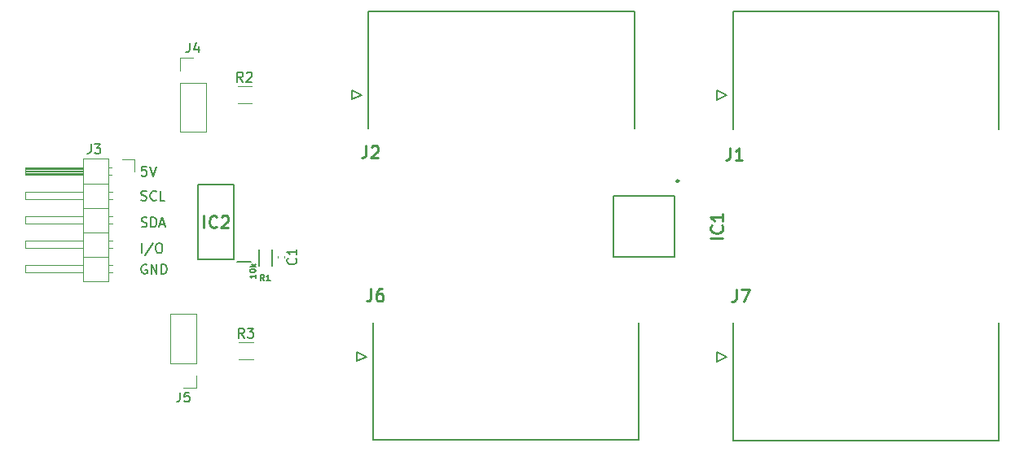
<source format=gbr>
%TF.GenerationSoftware,KiCad,Pcbnew,7.0.5*%
%TF.CreationDate,2023-06-27T15:21:13+05:30*%
%TF.ProjectId,NTC reader,4e544320-7265-4616-9465-722e6b696361,rev?*%
%TF.SameCoordinates,Original*%
%TF.FileFunction,Legend,Top*%
%TF.FilePolarity,Positive*%
%FSLAX46Y46*%
G04 Gerber Fmt 4.6, Leading zero omitted, Abs format (unit mm)*
G04 Created by KiCad (PCBNEW 7.0.5) date 2023-06-27 15:21:13*
%MOMM*%
%LPD*%
G01*
G04 APERTURE LIST*
%ADD10C,0.150000*%
%ADD11C,0.254000*%
%ADD12C,0.127000*%
%ADD13C,0.120000*%
%ADD14C,0.200000*%
%ADD15C,0.250000*%
G04 APERTURE END LIST*
D10*
X105501097Y-113597305D02*
X105405859Y-113549686D01*
X105405859Y-113549686D02*
X105263002Y-113549686D01*
X105263002Y-113549686D02*
X105120145Y-113597305D01*
X105120145Y-113597305D02*
X105024907Y-113692543D01*
X105024907Y-113692543D02*
X104977288Y-113787781D01*
X104977288Y-113787781D02*
X104929669Y-113978257D01*
X104929669Y-113978257D02*
X104929669Y-114121114D01*
X104929669Y-114121114D02*
X104977288Y-114311590D01*
X104977288Y-114311590D02*
X105024907Y-114406828D01*
X105024907Y-114406828D02*
X105120145Y-114502067D01*
X105120145Y-114502067D02*
X105263002Y-114549686D01*
X105263002Y-114549686D02*
X105358240Y-114549686D01*
X105358240Y-114549686D02*
X105501097Y-114502067D01*
X105501097Y-114502067D02*
X105548716Y-114454447D01*
X105548716Y-114454447D02*
X105548716Y-114121114D01*
X105548716Y-114121114D02*
X105358240Y-114121114D01*
X105977288Y-114549686D02*
X105977288Y-113549686D01*
X105977288Y-113549686D02*
X106548716Y-114549686D01*
X106548716Y-114549686D02*
X106548716Y-113549686D01*
X107024907Y-114549686D02*
X107024907Y-113549686D01*
X107024907Y-113549686D02*
X107263002Y-113549686D01*
X107263002Y-113549686D02*
X107405859Y-113597305D01*
X107405859Y-113597305D02*
X107501097Y-113692543D01*
X107501097Y-113692543D02*
X107548716Y-113787781D01*
X107548716Y-113787781D02*
X107596335Y-113978257D01*
X107596335Y-113978257D02*
X107596335Y-114121114D01*
X107596335Y-114121114D02*
X107548716Y-114311590D01*
X107548716Y-114311590D02*
X107501097Y-114406828D01*
X107501097Y-114406828D02*
X107405859Y-114502067D01*
X107405859Y-114502067D02*
X107263002Y-114549686D01*
X107263002Y-114549686D02*
X107024907Y-114549686D01*
X104977288Y-112359865D02*
X104977288Y-111359865D01*
X106167763Y-111312246D02*
X105310621Y-112597960D01*
X106691573Y-111359865D02*
X106882049Y-111359865D01*
X106882049Y-111359865D02*
X106977287Y-111407484D01*
X106977287Y-111407484D02*
X107072525Y-111502722D01*
X107072525Y-111502722D02*
X107120144Y-111693198D01*
X107120144Y-111693198D02*
X107120144Y-112026531D01*
X107120144Y-112026531D02*
X107072525Y-112217007D01*
X107072525Y-112217007D02*
X106977287Y-112312246D01*
X106977287Y-112312246D02*
X106882049Y-112359865D01*
X106882049Y-112359865D02*
X106691573Y-112359865D01*
X106691573Y-112359865D02*
X106596335Y-112312246D01*
X106596335Y-112312246D02*
X106501097Y-112217007D01*
X106501097Y-112217007D02*
X106453478Y-112026531D01*
X106453478Y-112026531D02*
X106453478Y-111693198D01*
X106453478Y-111693198D02*
X106501097Y-111502722D01*
X106501097Y-111502722D02*
X106596335Y-111407484D01*
X106596335Y-111407484D02*
X106691573Y-111359865D01*
X104950446Y-109610691D02*
X105093303Y-109658310D01*
X105093303Y-109658310D02*
X105331398Y-109658310D01*
X105331398Y-109658310D02*
X105426636Y-109610691D01*
X105426636Y-109610691D02*
X105474255Y-109563071D01*
X105474255Y-109563071D02*
X105521874Y-109467833D01*
X105521874Y-109467833D02*
X105521874Y-109372595D01*
X105521874Y-109372595D02*
X105474255Y-109277357D01*
X105474255Y-109277357D02*
X105426636Y-109229738D01*
X105426636Y-109229738D02*
X105331398Y-109182119D01*
X105331398Y-109182119D02*
X105140922Y-109134500D01*
X105140922Y-109134500D02*
X105045684Y-109086881D01*
X105045684Y-109086881D02*
X104998065Y-109039262D01*
X104998065Y-109039262D02*
X104950446Y-108944024D01*
X104950446Y-108944024D02*
X104950446Y-108848786D01*
X104950446Y-108848786D02*
X104998065Y-108753548D01*
X104998065Y-108753548D02*
X105045684Y-108705929D01*
X105045684Y-108705929D02*
X105140922Y-108658310D01*
X105140922Y-108658310D02*
X105379017Y-108658310D01*
X105379017Y-108658310D02*
X105521874Y-108705929D01*
X105950446Y-109658310D02*
X105950446Y-108658310D01*
X105950446Y-108658310D02*
X106188541Y-108658310D01*
X106188541Y-108658310D02*
X106331398Y-108705929D01*
X106331398Y-108705929D02*
X106426636Y-108801167D01*
X106426636Y-108801167D02*
X106474255Y-108896405D01*
X106474255Y-108896405D02*
X106521874Y-109086881D01*
X106521874Y-109086881D02*
X106521874Y-109229738D01*
X106521874Y-109229738D02*
X106474255Y-109420214D01*
X106474255Y-109420214D02*
X106426636Y-109515452D01*
X106426636Y-109515452D02*
X106331398Y-109610691D01*
X106331398Y-109610691D02*
X106188541Y-109658310D01*
X106188541Y-109658310D02*
X105950446Y-109658310D01*
X106902827Y-109372595D02*
X107379017Y-109372595D01*
X106807589Y-109658310D02*
X107140922Y-108658310D01*
X107140922Y-108658310D02*
X107474255Y-109658310D01*
X104920449Y-106850918D02*
X105063306Y-106898537D01*
X105063306Y-106898537D02*
X105301401Y-106898537D01*
X105301401Y-106898537D02*
X105396639Y-106850918D01*
X105396639Y-106850918D02*
X105444258Y-106803298D01*
X105444258Y-106803298D02*
X105491877Y-106708060D01*
X105491877Y-106708060D02*
X105491877Y-106612822D01*
X105491877Y-106612822D02*
X105444258Y-106517584D01*
X105444258Y-106517584D02*
X105396639Y-106469965D01*
X105396639Y-106469965D02*
X105301401Y-106422346D01*
X105301401Y-106422346D02*
X105110925Y-106374727D01*
X105110925Y-106374727D02*
X105015687Y-106327108D01*
X105015687Y-106327108D02*
X104968068Y-106279489D01*
X104968068Y-106279489D02*
X104920449Y-106184251D01*
X104920449Y-106184251D02*
X104920449Y-106089013D01*
X104920449Y-106089013D02*
X104968068Y-105993775D01*
X104968068Y-105993775D02*
X105015687Y-105946156D01*
X105015687Y-105946156D02*
X105110925Y-105898537D01*
X105110925Y-105898537D02*
X105349020Y-105898537D01*
X105349020Y-105898537D02*
X105491877Y-105946156D01*
X106491877Y-106803298D02*
X106444258Y-106850918D01*
X106444258Y-106850918D02*
X106301401Y-106898537D01*
X106301401Y-106898537D02*
X106206163Y-106898537D01*
X106206163Y-106898537D02*
X106063306Y-106850918D01*
X106063306Y-106850918D02*
X105968068Y-106755679D01*
X105968068Y-106755679D02*
X105920449Y-106660441D01*
X105920449Y-106660441D02*
X105872830Y-106469965D01*
X105872830Y-106469965D02*
X105872830Y-106327108D01*
X105872830Y-106327108D02*
X105920449Y-106136632D01*
X105920449Y-106136632D02*
X105968068Y-106041394D01*
X105968068Y-106041394D02*
X106063306Y-105946156D01*
X106063306Y-105946156D02*
X106206163Y-105898537D01*
X106206163Y-105898537D02*
X106301401Y-105898537D01*
X106301401Y-105898537D02*
X106444258Y-105946156D01*
X106444258Y-105946156D02*
X106491877Y-105993775D01*
X107396639Y-106898537D02*
X106920449Y-106898537D01*
X106920449Y-106898537D02*
X106920449Y-105898537D01*
X105474255Y-103348746D02*
X104998065Y-103348746D01*
X104998065Y-103348746D02*
X104950446Y-103824936D01*
X104950446Y-103824936D02*
X104998065Y-103777317D01*
X104998065Y-103777317D02*
X105093303Y-103729698D01*
X105093303Y-103729698D02*
X105331398Y-103729698D01*
X105331398Y-103729698D02*
X105426636Y-103777317D01*
X105426636Y-103777317D02*
X105474255Y-103824936D01*
X105474255Y-103824936D02*
X105521874Y-103920174D01*
X105521874Y-103920174D02*
X105521874Y-104158269D01*
X105521874Y-104158269D02*
X105474255Y-104253507D01*
X105474255Y-104253507D02*
X105426636Y-104301127D01*
X105426636Y-104301127D02*
X105331398Y-104348746D01*
X105331398Y-104348746D02*
X105093303Y-104348746D01*
X105093303Y-104348746D02*
X104998065Y-104301127D01*
X104998065Y-104301127D02*
X104950446Y-104253507D01*
X105807589Y-103348746D02*
X106140922Y-104348746D01*
X106140922Y-104348746D02*
X106474255Y-103348746D01*
D11*
%TO.C,J1*%
X166136667Y-101387929D02*
X166136667Y-102295072D01*
X166136667Y-102295072D02*
X166076190Y-102476500D01*
X166076190Y-102476500D02*
X165955238Y-102597453D01*
X165955238Y-102597453D02*
X165773809Y-102657929D01*
X165773809Y-102657929D02*
X165652857Y-102657929D01*
X167406667Y-102657929D02*
X166680952Y-102657929D01*
X167043809Y-102657929D02*
X167043809Y-101387929D01*
X167043809Y-101387929D02*
X166922857Y-101569357D01*
X166922857Y-101569357D02*
X166801905Y-101690310D01*
X166801905Y-101690310D02*
X166680952Y-101750786D01*
D10*
%TO.C,J4*%
X109976666Y-90474819D02*
X109976666Y-91189104D01*
X109976666Y-91189104D02*
X109929047Y-91331961D01*
X109929047Y-91331961D02*
X109833809Y-91427200D01*
X109833809Y-91427200D02*
X109690952Y-91474819D01*
X109690952Y-91474819D02*
X109595714Y-91474819D01*
X110881428Y-90808152D02*
X110881428Y-91474819D01*
X110643333Y-90427200D02*
X110405238Y-91141485D01*
X110405238Y-91141485D02*
X111024285Y-91141485D01*
D11*
%TO.C,IC2*%
X111460237Y-109734318D02*
X111460237Y-108464318D01*
X112790714Y-109613365D02*
X112730238Y-109673842D01*
X112730238Y-109673842D02*
X112548809Y-109734318D01*
X112548809Y-109734318D02*
X112427857Y-109734318D01*
X112427857Y-109734318D02*
X112246428Y-109673842D01*
X112246428Y-109673842D02*
X112125476Y-109552889D01*
X112125476Y-109552889D02*
X112064999Y-109431937D01*
X112064999Y-109431937D02*
X112004523Y-109190032D01*
X112004523Y-109190032D02*
X112004523Y-109008603D01*
X112004523Y-109008603D02*
X112064999Y-108766699D01*
X112064999Y-108766699D02*
X112125476Y-108645746D01*
X112125476Y-108645746D02*
X112246428Y-108524794D01*
X112246428Y-108524794D02*
X112427857Y-108464318D01*
X112427857Y-108464318D02*
X112548809Y-108464318D01*
X112548809Y-108464318D02*
X112730238Y-108524794D01*
X112730238Y-108524794D02*
X112790714Y-108585270D01*
X113274523Y-108585270D02*
X113334999Y-108524794D01*
X113334999Y-108524794D02*
X113455952Y-108464318D01*
X113455952Y-108464318D02*
X113758333Y-108464318D01*
X113758333Y-108464318D02*
X113879285Y-108524794D01*
X113879285Y-108524794D02*
X113939761Y-108585270D01*
X113939761Y-108585270D02*
X114000238Y-108706222D01*
X114000238Y-108706222D02*
X114000238Y-108827175D01*
X114000238Y-108827175D02*
X113939761Y-109008603D01*
X113939761Y-109008603D02*
X113214047Y-109734318D01*
X113214047Y-109734318D02*
X114000238Y-109734318D01*
%TO.C,J2*%
X128310341Y-101184458D02*
X128310341Y-102091601D01*
X128310341Y-102091601D02*
X128249864Y-102273029D01*
X128249864Y-102273029D02*
X128128912Y-102393982D01*
X128128912Y-102393982D02*
X127947483Y-102454458D01*
X127947483Y-102454458D02*
X127826531Y-102454458D01*
X128854626Y-101305410D02*
X128915102Y-101244934D01*
X128915102Y-101244934D02*
X129036055Y-101184458D01*
X129036055Y-101184458D02*
X129338436Y-101184458D01*
X129338436Y-101184458D02*
X129459388Y-101244934D01*
X129459388Y-101244934D02*
X129519864Y-101305410D01*
X129519864Y-101305410D02*
X129580341Y-101426362D01*
X129580341Y-101426362D02*
X129580341Y-101547315D01*
X129580341Y-101547315D02*
X129519864Y-101728743D01*
X129519864Y-101728743D02*
X128794150Y-102454458D01*
X128794150Y-102454458D02*
X129580341Y-102454458D01*
D10*
%TO.C,R1*%
X117719666Y-115257902D02*
X117502999Y-114948378D01*
X117348237Y-115257902D02*
X117348237Y-114607902D01*
X117348237Y-114607902D02*
X117595856Y-114607902D01*
X117595856Y-114607902D02*
X117657761Y-114638854D01*
X117657761Y-114638854D02*
X117688714Y-114669807D01*
X117688714Y-114669807D02*
X117719666Y-114731711D01*
X117719666Y-114731711D02*
X117719666Y-114824569D01*
X117719666Y-114824569D02*
X117688714Y-114886473D01*
X117688714Y-114886473D02*
X117657761Y-114917426D01*
X117657761Y-114917426D02*
X117595856Y-114948378D01*
X117595856Y-114948378D02*
X117348237Y-114948378D01*
X118338714Y-115257902D02*
X117967285Y-115257902D01*
X118152999Y-115257902D02*
X118152999Y-114607902D01*
X118152999Y-114607902D02*
X118091095Y-114700759D01*
X118091095Y-114700759D02*
X118029190Y-114762664D01*
X118029190Y-114762664D02*
X117967285Y-114793616D01*
X116809771Y-114617143D02*
X116809771Y-114960000D01*
X116809771Y-114788571D02*
X116209771Y-114788571D01*
X116209771Y-114788571D02*
X116295485Y-114845714D01*
X116295485Y-114845714D02*
X116352628Y-114902857D01*
X116352628Y-114902857D02*
X116381200Y-114960000D01*
X116209771Y-114245714D02*
X116209771Y-114188571D01*
X116209771Y-114188571D02*
X116238342Y-114131428D01*
X116238342Y-114131428D02*
X116266914Y-114102857D01*
X116266914Y-114102857D02*
X116324057Y-114074285D01*
X116324057Y-114074285D02*
X116438342Y-114045714D01*
X116438342Y-114045714D02*
X116581200Y-114045714D01*
X116581200Y-114045714D02*
X116695485Y-114074285D01*
X116695485Y-114074285D02*
X116752628Y-114102857D01*
X116752628Y-114102857D02*
X116781200Y-114131428D01*
X116781200Y-114131428D02*
X116809771Y-114188571D01*
X116809771Y-114188571D02*
X116809771Y-114245714D01*
X116809771Y-114245714D02*
X116781200Y-114302857D01*
X116781200Y-114302857D02*
X116752628Y-114331428D01*
X116752628Y-114331428D02*
X116695485Y-114359999D01*
X116695485Y-114359999D02*
X116581200Y-114388571D01*
X116581200Y-114388571D02*
X116438342Y-114388571D01*
X116438342Y-114388571D02*
X116324057Y-114359999D01*
X116324057Y-114359999D02*
X116266914Y-114331428D01*
X116266914Y-114331428D02*
X116238342Y-114302857D01*
X116238342Y-114302857D02*
X116209771Y-114245714D01*
X116809771Y-113788570D02*
X116209771Y-113788570D01*
X116581200Y-113731428D02*
X116809771Y-113559999D01*
X116409771Y-113559999D02*
X116638342Y-113788570D01*
%TO.C,J5*%
X108966666Y-126879819D02*
X108966666Y-127594104D01*
X108966666Y-127594104D02*
X108919047Y-127736961D01*
X108919047Y-127736961D02*
X108823809Y-127832200D01*
X108823809Y-127832200D02*
X108680952Y-127879819D01*
X108680952Y-127879819D02*
X108585714Y-127879819D01*
X109919047Y-126879819D02*
X109442857Y-126879819D01*
X109442857Y-126879819D02*
X109395238Y-127356009D01*
X109395238Y-127356009D02*
X109442857Y-127308390D01*
X109442857Y-127308390D02*
X109538095Y-127260771D01*
X109538095Y-127260771D02*
X109776190Y-127260771D01*
X109776190Y-127260771D02*
X109871428Y-127308390D01*
X109871428Y-127308390D02*
X109919047Y-127356009D01*
X109919047Y-127356009D02*
X109966666Y-127451247D01*
X109966666Y-127451247D02*
X109966666Y-127689342D01*
X109966666Y-127689342D02*
X109919047Y-127784580D01*
X109919047Y-127784580D02*
X109871428Y-127832200D01*
X109871428Y-127832200D02*
X109776190Y-127879819D01*
X109776190Y-127879819D02*
X109538095Y-127879819D01*
X109538095Y-127879819D02*
X109442857Y-127832200D01*
X109442857Y-127832200D02*
X109395238Y-127784580D01*
%TO.C,J3*%
X99696666Y-101014819D02*
X99696666Y-101729104D01*
X99696666Y-101729104D02*
X99649047Y-101871961D01*
X99649047Y-101871961D02*
X99553809Y-101967200D01*
X99553809Y-101967200D02*
X99410952Y-102014819D01*
X99410952Y-102014819D02*
X99315714Y-102014819D01*
X100077619Y-101014819D02*
X100696666Y-101014819D01*
X100696666Y-101014819D02*
X100363333Y-101395771D01*
X100363333Y-101395771D02*
X100506190Y-101395771D01*
X100506190Y-101395771D02*
X100601428Y-101443390D01*
X100601428Y-101443390D02*
X100649047Y-101491009D01*
X100649047Y-101491009D02*
X100696666Y-101586247D01*
X100696666Y-101586247D02*
X100696666Y-101824342D01*
X100696666Y-101824342D02*
X100649047Y-101919580D01*
X100649047Y-101919580D02*
X100601428Y-101967200D01*
X100601428Y-101967200D02*
X100506190Y-102014819D01*
X100506190Y-102014819D02*
X100220476Y-102014819D01*
X100220476Y-102014819D02*
X100125238Y-101967200D01*
X100125238Y-101967200D02*
X100077619Y-101919580D01*
D11*
%TO.C,J7*%
X166798417Y-116138918D02*
X166798417Y-117046061D01*
X166798417Y-117046061D02*
X166737940Y-117227489D01*
X166737940Y-117227489D02*
X166616988Y-117348442D01*
X166616988Y-117348442D02*
X166435559Y-117408918D01*
X166435559Y-117408918D02*
X166314607Y-117408918D01*
X167282226Y-116138918D02*
X168128893Y-116138918D01*
X168128893Y-116138918D02*
X167584607Y-117408918D01*
D10*
%TO.C,R2*%
X115503333Y-94524819D02*
X115170000Y-94048628D01*
X114931905Y-94524819D02*
X114931905Y-93524819D01*
X114931905Y-93524819D02*
X115312857Y-93524819D01*
X115312857Y-93524819D02*
X115408095Y-93572438D01*
X115408095Y-93572438D02*
X115455714Y-93620057D01*
X115455714Y-93620057D02*
X115503333Y-93715295D01*
X115503333Y-93715295D02*
X115503333Y-93858152D01*
X115503333Y-93858152D02*
X115455714Y-93953390D01*
X115455714Y-93953390D02*
X115408095Y-94001009D01*
X115408095Y-94001009D02*
X115312857Y-94048628D01*
X115312857Y-94048628D02*
X114931905Y-94048628D01*
X115884286Y-93620057D02*
X115931905Y-93572438D01*
X115931905Y-93572438D02*
X116027143Y-93524819D01*
X116027143Y-93524819D02*
X116265238Y-93524819D01*
X116265238Y-93524819D02*
X116360476Y-93572438D01*
X116360476Y-93572438D02*
X116408095Y-93620057D01*
X116408095Y-93620057D02*
X116455714Y-93715295D01*
X116455714Y-93715295D02*
X116455714Y-93810533D01*
X116455714Y-93810533D02*
X116408095Y-93953390D01*
X116408095Y-93953390D02*
X115836667Y-94524819D01*
X115836667Y-94524819D02*
X116455714Y-94524819D01*
%TO.C,C1*%
X120997580Y-112921666D02*
X121045200Y-112969285D01*
X121045200Y-112969285D02*
X121092819Y-113112142D01*
X121092819Y-113112142D02*
X121092819Y-113207380D01*
X121092819Y-113207380D02*
X121045200Y-113350237D01*
X121045200Y-113350237D02*
X120949961Y-113445475D01*
X120949961Y-113445475D02*
X120854723Y-113493094D01*
X120854723Y-113493094D02*
X120664247Y-113540713D01*
X120664247Y-113540713D02*
X120521390Y-113540713D01*
X120521390Y-113540713D02*
X120330914Y-113493094D01*
X120330914Y-113493094D02*
X120235676Y-113445475D01*
X120235676Y-113445475D02*
X120140438Y-113350237D01*
X120140438Y-113350237D02*
X120092819Y-113207380D01*
X120092819Y-113207380D02*
X120092819Y-113112142D01*
X120092819Y-113112142D02*
X120140438Y-112969285D01*
X120140438Y-112969285D02*
X120188057Y-112921666D01*
X121092819Y-111969285D02*
X121092819Y-112540713D01*
X121092819Y-112254999D02*
X120092819Y-112254999D01*
X120092819Y-112254999D02*
X120235676Y-112350237D01*
X120235676Y-112350237D02*
X120330914Y-112445475D01*
X120330914Y-112445475D02*
X120378533Y-112540713D01*
%TO.C,R3*%
X115653333Y-121204819D02*
X115320000Y-120728628D01*
X115081905Y-121204819D02*
X115081905Y-120204819D01*
X115081905Y-120204819D02*
X115462857Y-120204819D01*
X115462857Y-120204819D02*
X115558095Y-120252438D01*
X115558095Y-120252438D02*
X115605714Y-120300057D01*
X115605714Y-120300057D02*
X115653333Y-120395295D01*
X115653333Y-120395295D02*
X115653333Y-120538152D01*
X115653333Y-120538152D02*
X115605714Y-120633390D01*
X115605714Y-120633390D02*
X115558095Y-120681009D01*
X115558095Y-120681009D02*
X115462857Y-120728628D01*
X115462857Y-120728628D02*
X115081905Y-120728628D01*
X115986667Y-120204819D02*
X116605714Y-120204819D01*
X116605714Y-120204819D02*
X116272381Y-120585771D01*
X116272381Y-120585771D02*
X116415238Y-120585771D01*
X116415238Y-120585771D02*
X116510476Y-120633390D01*
X116510476Y-120633390D02*
X116558095Y-120681009D01*
X116558095Y-120681009D02*
X116605714Y-120776247D01*
X116605714Y-120776247D02*
X116605714Y-121014342D01*
X116605714Y-121014342D02*
X116558095Y-121109580D01*
X116558095Y-121109580D02*
X116510476Y-121157200D01*
X116510476Y-121157200D02*
X116415238Y-121204819D01*
X116415238Y-121204819D02*
X116129524Y-121204819D01*
X116129524Y-121204819D02*
X116034286Y-121157200D01*
X116034286Y-121157200D02*
X115986667Y-121109580D01*
D11*
%TO.C,J6*%
X128816667Y-116104318D02*
X128816667Y-117011461D01*
X128816667Y-117011461D02*
X128756190Y-117192889D01*
X128756190Y-117192889D02*
X128635238Y-117313842D01*
X128635238Y-117313842D02*
X128453809Y-117374318D01*
X128453809Y-117374318D02*
X128332857Y-117374318D01*
X129965714Y-116104318D02*
X129723809Y-116104318D01*
X129723809Y-116104318D02*
X129602857Y-116164794D01*
X129602857Y-116164794D02*
X129542381Y-116225270D01*
X129542381Y-116225270D02*
X129421428Y-116406699D01*
X129421428Y-116406699D02*
X129360952Y-116648603D01*
X129360952Y-116648603D02*
X129360952Y-117132413D01*
X129360952Y-117132413D02*
X129421428Y-117253365D01*
X129421428Y-117253365D02*
X129481905Y-117313842D01*
X129481905Y-117313842D02*
X129602857Y-117374318D01*
X129602857Y-117374318D02*
X129844762Y-117374318D01*
X129844762Y-117374318D02*
X129965714Y-117313842D01*
X129965714Y-117313842D02*
X130026190Y-117253365D01*
X130026190Y-117253365D02*
X130086667Y-117132413D01*
X130086667Y-117132413D02*
X130086667Y-116830032D01*
X130086667Y-116830032D02*
X130026190Y-116709080D01*
X130026190Y-116709080D02*
X129965714Y-116648603D01*
X129965714Y-116648603D02*
X129844762Y-116588127D01*
X129844762Y-116588127D02*
X129602857Y-116588127D01*
X129602857Y-116588127D02*
X129481905Y-116648603D01*
X129481905Y-116648603D02*
X129421428Y-116709080D01*
X129421428Y-116709080D02*
X129360952Y-116830032D01*
%TO.C,IC1*%
X165374318Y-110819762D02*
X164104318Y-110819762D01*
X165253365Y-109489285D02*
X165313842Y-109549761D01*
X165313842Y-109549761D02*
X165374318Y-109731190D01*
X165374318Y-109731190D02*
X165374318Y-109852142D01*
X165374318Y-109852142D02*
X165313842Y-110033571D01*
X165313842Y-110033571D02*
X165192889Y-110154523D01*
X165192889Y-110154523D02*
X165071937Y-110215000D01*
X165071937Y-110215000D02*
X164830032Y-110275476D01*
X164830032Y-110275476D02*
X164648603Y-110275476D01*
X164648603Y-110275476D02*
X164406699Y-110215000D01*
X164406699Y-110215000D02*
X164285746Y-110154523D01*
X164285746Y-110154523D02*
X164164794Y-110033571D01*
X164164794Y-110033571D02*
X164104318Y-109852142D01*
X164104318Y-109852142D02*
X164104318Y-109731190D01*
X164104318Y-109731190D02*
X164164794Y-109549761D01*
X164164794Y-109549761D02*
X164225270Y-109489285D01*
X165374318Y-108279761D02*
X165374318Y-109005476D01*
X165374318Y-108642619D02*
X164104318Y-108642619D01*
X164104318Y-108642619D02*
X164285746Y-108763571D01*
X164285746Y-108763571D02*
X164406699Y-108884523D01*
X164406699Y-108884523D02*
X164467175Y-109005476D01*
D12*
%TO.C,J1*%
X194086750Y-87209011D02*
X194086750Y-99449011D01*
X166436750Y-99449011D02*
X166436750Y-87209011D01*
X166436750Y-87209011D02*
X194086750Y-87209011D01*
X165761750Y-95929011D02*
X164761750Y-96429011D01*
X164761750Y-96429011D02*
X164761750Y-95429011D01*
X164761750Y-95429011D02*
X165761750Y-95929011D01*
D13*
%TO.C,J4*%
X108980000Y-92020000D02*
X110310000Y-92020000D01*
X108980000Y-93350000D02*
X108980000Y-92020000D01*
X108980000Y-94620000D02*
X108980000Y-99760000D01*
X108980000Y-94620000D02*
X111640000Y-94620000D01*
X108980000Y-99760000D02*
X111640000Y-99760000D01*
X111640000Y-94620000D02*
X111640000Y-99760000D01*
D14*
%TO.C,IC2*%
X116375000Y-113310000D02*
X114900000Y-113310000D01*
X114550000Y-113060000D02*
X110850000Y-113060000D01*
X114550000Y-105260000D02*
X114550000Y-113060000D01*
X110850000Y-113060000D02*
X110850000Y-105260000D01*
X110850000Y-105260000D02*
X114550000Y-105260000D01*
D12*
%TO.C,J2*%
X156180424Y-87165540D02*
X156180424Y-99405540D01*
X128530424Y-99405540D02*
X128530424Y-87165540D01*
X128530424Y-87165540D02*
X156180424Y-87165540D01*
X127855424Y-95885540D02*
X126855424Y-96385540D01*
X126855424Y-96385540D02*
X126855424Y-95385540D01*
X126855424Y-95385540D02*
X127855424Y-95885540D01*
D10*
%TO.C,R1*%
X118548000Y-111995000D02*
X118548000Y-113695000D01*
X117148000Y-113695000D02*
X117148000Y-111995000D01*
D13*
%TO.C,J5*%
X110630000Y-126425000D02*
X109300000Y-126425000D01*
X110630000Y-125095000D02*
X110630000Y-126425000D01*
X110630000Y-123825000D02*
X110630000Y-118685000D01*
X110630000Y-123825000D02*
X107970000Y-123825000D01*
X110630000Y-118685000D02*
X107970000Y-118685000D01*
X107970000Y-123825000D02*
X107970000Y-118685000D01*
%TO.C,J3*%
X104220000Y-103850000D02*
X104220000Y-102580000D01*
X104220000Y-102580000D02*
X102950000Y-102580000D01*
X101907071Y-114390000D02*
X101510000Y-114390000D01*
X101907071Y-113630000D02*
X101510000Y-113630000D01*
X101907071Y-111850000D02*
X101510000Y-111850000D01*
X101907071Y-111090000D02*
X101510000Y-111090000D01*
X101907071Y-109310000D02*
X101510000Y-109310000D01*
X101907071Y-108550000D02*
X101510000Y-108550000D01*
X101907071Y-106770000D02*
X101510000Y-106770000D01*
X101907071Y-106010000D02*
X101510000Y-106010000D01*
X101840000Y-104230000D02*
X101510000Y-104230000D01*
X101840000Y-103470000D02*
X101510000Y-103470000D01*
X101510000Y-115340000D02*
X98850000Y-115340000D01*
X101510000Y-112740000D02*
X98850000Y-112740000D01*
X101510000Y-110200000D02*
X98850000Y-110200000D01*
X101510000Y-107660000D02*
X98850000Y-107660000D01*
X101510000Y-105120000D02*
X98850000Y-105120000D01*
X101510000Y-102520000D02*
X101510000Y-115340000D01*
X98850000Y-115340000D02*
X98850000Y-102520000D01*
X98850000Y-113630000D02*
X92850000Y-113630000D01*
X98850000Y-111090000D02*
X92850000Y-111090000D01*
X98850000Y-108550000D02*
X92850000Y-108550000D01*
X98850000Y-106010000D02*
X92850000Y-106010000D01*
X98850000Y-104130000D02*
X92850000Y-104130000D01*
X98850000Y-104010000D02*
X92850000Y-104010000D01*
X98850000Y-103890000D02*
X92850000Y-103890000D01*
X98850000Y-103770000D02*
X92850000Y-103770000D01*
X98850000Y-103650000D02*
X92850000Y-103650000D01*
X98850000Y-103530000D02*
X92850000Y-103530000D01*
X98850000Y-103470000D02*
X92850000Y-103470000D01*
X98850000Y-102520000D02*
X101510000Y-102520000D01*
X92850000Y-114390000D02*
X98850000Y-114390000D01*
X92850000Y-113630000D02*
X92850000Y-114390000D01*
X92850000Y-111850000D02*
X98850000Y-111850000D01*
X92850000Y-111090000D02*
X92850000Y-111850000D01*
X92850000Y-109310000D02*
X98850000Y-109310000D01*
X92850000Y-108550000D02*
X92850000Y-109310000D01*
X92850000Y-106770000D02*
X98850000Y-106770000D01*
X92850000Y-106010000D02*
X92850000Y-106770000D01*
X92850000Y-104230000D02*
X98850000Y-104230000D01*
X92850000Y-103470000D02*
X92850000Y-104230000D01*
D12*
%TO.C,J7*%
X164761750Y-122684600D02*
X164761750Y-123684600D01*
X164761750Y-123684600D02*
X165761750Y-123184600D01*
X165761750Y-123184600D02*
X164761750Y-122684600D01*
X166436750Y-119664600D02*
X166436750Y-131904600D01*
X166436750Y-131904600D02*
X194086750Y-131904600D01*
X194086750Y-131904600D02*
X194086750Y-119664600D01*
D13*
%TO.C,R2*%
X114942936Y-94980000D02*
X116397064Y-94980000D01*
X114942936Y-96800000D02*
X116397064Y-96800000D01*
%TO.C,C1*%
X119118000Y-112647164D02*
X119118000Y-112862836D01*
X119838000Y-112647164D02*
X119838000Y-112862836D01*
%TO.C,R3*%
X115092936Y-121660000D02*
X116547064Y-121660000D01*
X115092936Y-123480000D02*
X116547064Y-123480000D01*
D12*
%TO.C,J6*%
X127348503Y-122642361D02*
X127348503Y-123642361D01*
X127348503Y-123642361D02*
X128348503Y-123142361D01*
X128348503Y-123142361D02*
X127348503Y-122642361D01*
X129023503Y-119622361D02*
X129023503Y-131862361D01*
X129023503Y-131862361D02*
X156673503Y-131862361D01*
X156673503Y-131862361D02*
X156673503Y-119622361D01*
D14*
%TO.C,IC1*%
X160330000Y-106430000D02*
X160330000Y-112730000D01*
X154030000Y-106430000D02*
X160330000Y-106430000D01*
X160330000Y-112730000D02*
X154030000Y-112730000D01*
X154030000Y-112730000D02*
X154030000Y-106430000D01*
D15*
X160805000Y-104855000D02*
G75*
G03*
X160805000Y-104855000I-125000J0D01*
G01*
%TD*%
M02*

</source>
